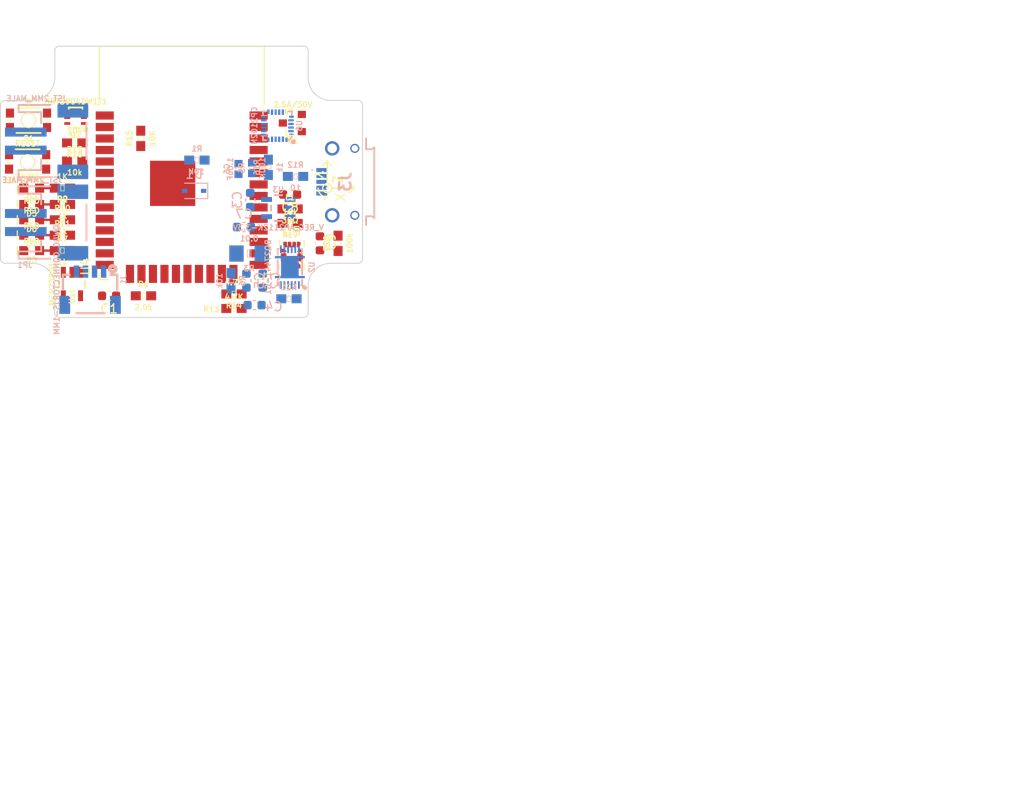
<source format=kicad_pcb>
(kicad_pcb (version 20211014) (generator pcbnew)
  (layers (0 "F.Cu" signal) (31 "B.Cu" signal) (34 "B.Paste" user) (35 "F.Paste" user) (36 "B.SilkS" user "B.Silkscreen") (37 "F.SilkS" user "F.Silkscreen") (38 "B.Mask" user) (39 "F.Mask" user) (44 "Edge.Cuts" user))
  (net 0 "")
  (net 1 "V_USB")
  (net 2 "GND")
  (net 3 "Net-(C2-Pad1)")
  (net 4 "Net-(C3-Pad1)")
  (net 5 "V_BATT")
  (net 6 "/1.8V")
  (net 7 "3.3V")
  (net 8 "Net-(C8-Pad1)")
  (net 9 "/SDA")
  (net 10 "/SCL")
  (net 11 "/A1")
  (net 14 "/D+")
  (net 15 "/D-")
  (net 18 "/DTR")
  (net 19 "Net-(Q2-Pad2)")
  (net 20 "/CHIP_PU")
  (net 21 "/RTS")
  (net 22 "Net-(Q2-Pad5)")
  (net 23 "/0")
  (net 24 "Net-(D2-PadA)")
  (net 25 "Net-(R4-Pad2)")
  (net 26 "Net-(D3-PadA)")
  (net 27 "/12")
  (net 28 "Net-(D5-PadA)")
  (net 29 "/13")
  (net 30 "Net-(D6-PadA)")
  (net 31 "/14")
  (net 32 "Net-(D7-PadA)")
  (net 33 "/15")
  (net 34 "Net-(R12-Pad2)")
  (net 35 "Net-(R16-Pad2)")
  (net 36 "Net-(R17-Pad1)")
  (net 37 "Net-(R20-Pad1)")
  (net 42 "Net-(D2-PadC)")
  (net 44 "/A4")
  (net 45 "/A3")
  (net 46 "/A2")
  (net 48 "/32")
  (net 49 "/33")
  (net 50 "/A0")
  (net 51 "/27")
  (net 59 "/A5")
  (net 60 "/16")
  (net 61 "/17")
  (net 62 "/SCK")
  (net 63 "/MOSI")
  (net 64 "/MISO")
  (net 65 "/20")
  (net 66 "/21")
  (net 67 "/TX")
  (net 68 "/RX")
  (net 82 "Net-(R5-Pad2)")
  (net 87 "Net-(R21-Pad2)")
  (footprint "Switches:TACTILE_SWITCH_SMD_4.6X2.8MM" (layer "F.Cu") (at 3 12.8 180)
    (fp_text reference "S2" (at 1.9 -2.032) (layer "F.SilkS") (effects (font (size 0.6096 0.6096) (thickness 0.127))))
    (fp_text value "RESET" (at 0 2.032) (layer "F.SilkS") (effects (font (size 0.6096 0.6096) (thickness 0.127))))
    (pad "1" smd rect locked (at -2.04978 0.79756 180) (size 0.89916 0.99822) (layers "F.Cu" "F.Paste" "F.Mask") (net 2 "GND"))
    (pad "2" smd rect locked (at 2.04978 0.79756 180) (size 0.89916 0.99822) (layers "F.Cu" "F.Paste" "F.Mask"))
    (pad "3" smd rect locked (at 2.04978 -0.79756 180) (size 0.89916 0.99822) (layers "F.Cu" "F.Paste" "F.Mask"))
    (pad "4" smd rect locked (at -2.04978 -0.79756 180) (size 0.89916 0.99822) (layers "F.Cu" "F.Paste" "F.Mask") (net 20 "/CHIP_PU"))
  )
  (footprint "LED:LED-0603" (layer "F.Cu") (at 3.44836 22.6 180)
    (fp_text reference "D3" (at 0 -1.016) (layer "F.SilkS") (effects (font (size 0.6096 0.6096) (thickness 0.127))))
    (fp_text value "RED" (at 0 1.016) (layer "F.SilkS") (effects (font (size 0.6096 0.6096) (thickness 0.127))))
    (pad "A" smd rect locked (at -0.8763 0 90) (size 0.99822 0.99822) (layers "F.Cu" "F.Paste" "F.Mask") (net 26 "Net-(D3-PadA)"))
    (pad "C" smd rect locked (at 0.8763 0 90) (size 0.99822 0.99822) (layers "F.Cu" "F.Paste" "F.Mask") (net 2 "GND"))
  )
  (footprint "Silicon-Standard:SC70-6" (layer "F.Cu") (at 8.3 7.9 90)
    (fp_text reference "Q2" (at -1.905 0) (layer "F.SilkS") (effects (font (size 0.6096 0.6096) (thickness 0.127))))
    (fp_text value "MBT3904DW1T1" (at 1.778 0) (layer "F.SilkS") (effects (font (size 0.6096 0.6096) (thickness 0.127))))
    (pad "1" smd rect locked (at -0.6477 0.91948 270) (size 0.29972 0.65786) (layers "F.Cu" "F.Paste" "F.Mask") (net 18 "/DTR"))
    (pad "2" smd rect locked (at 0 0.91948 270) (size 0.29972 0.65786) (layers "F.Cu" "F.Paste" "F.Mask") (net 19 "Net-(Q2-Pad2)"))
    (pad "3" smd rect locked (at 0.6477 0.91948 270) (size 0.29972 0.65786) (layers "F.Cu" "F.Paste" "F.Mask") (net 20 "/CHIP_PU"))
    (pad "4" smd rect locked (at 0.6477 -0.91948 90) (size 0.29972 0.65786) (layers "F.Cu" "F.Paste" "F.Mask") (net 21 "/RTS"))
    (pad "5" smd rect locked (at 0 -0.91948 90) (size 0.29972 0.65786) (layers "F.Cu" "F.Paste" "F.Mask") (net 22 "Net-(Q2-Pad5)"))
    (pad "6" smd rect locked (at -0.6477 -0.91948 90) (size 0.29972 0.65786) (layers "F.Cu" "F.Paste" "F.Mask") (net 23 "/0"))
  )
  (footprint "Resistors:0603" (layer "F.Cu") (at 8.2 10.7 180)
    (fp_text reference "R18" (at 0 -1.27) (layer "F.SilkS") (effects (font (size 0.6096 0.6096) (thickness 0.127))))
    (fp_text value "10k" (at 0 1.27) (layer "F.SilkS") (effects (font (size 0.6096 0.6096) (thickness 0.127))))
    (pad "1" smd rect locked (at -0.84836 0 180) (size 1.09982 0.99822) (layers "F.Cu" "F.Paste" "F.Mask") (net 18 "/DTR"))
    (pad "2" smd rect locked (at 0.84836 0 180) (size 1.09982 0.99822) (layers "F.Cu" "F.Paste" "F.Mask") (net 22 "Net-(Q2-Pad5)"))
  )
  (footprint "Silicon-Standard:SOT23-5" (layer "F.Cu") (at 7.9 26.3 180)
    (fp_text reference "U1" (at 0 -1.6 90) (layer "F.SilkS") (effects (font (size 0.6096 0.6096) (thickness 0.127))))
    (fp_text value "MCP73831" (at 2.159 0 90) (layer "F.SilkS") (effects (font (size 0.6096 0.6096) (thickness 0.127))))
    (pad "1" smd rect locked (at -0.94996 1.29794 180) (size 0.54864 1.19888) (layers "F.Cu" "F.Paste" "F.Mask") (net 42 "Net-(D2-PadC)"))
    (pad "2" smd rect locked (at 0 1.29794 180) (size 0.54864 1.19888) (layers "F.Cu" "F.Paste" "F.Mask") (net 2 "GND"))
    (pad "3" smd rect locked (at 0.94996 1.29794 180) (size 0.54864 1.19888) (layers "F.Cu" "F.Paste" "F.Mask") (net 5 "V_BATT"))
    (pad "4" smd rect locked (at 0.94996 -1.29794 180) (size 0.54864 1.19888) (layers "F.Cu" "F.Paste" "F.Mask") (net 1 "V_USB"))
    (pad "5" smd rect locked (at -0.94996 -1.29794 180) (size 0.54864 1.19888) (layers "F.Cu" "F.Paste" "F.Mask") (net 25 "Net-(R4-Pad2)"))
  )
  (footprint "Package_LGA:LGA-14_3x2.5mm_P0.5mm_LayoutBorder3x4y" (layer "F.Cu") (at 32.2 23.1 90)
    (fp_text reference "U5" (at 2.6 0) (layer "F.SilkS"))
    (fp_text value "LSM6DS0")
    (pad "1" smd custom (at -1.1625 -0.75 90) (size 0.223223 0.223223) (layers "F.Cu" "F.Paste" "F.Mask") (net 37 "Net-(R20-Pad1)") (options (clearance outline) (anchor circle)) (primitives (gr_poly (pts (xy 0.2375 0.081066) (xy 0.2375 0.125) (xy -0.2375 0.125) (xy -0.2375 -0.125) (xy 0.031434 -0.125)) (width 0.15) (fill yes))))
    (pad "2" smd roundrect (at -1.1625 -0.25 90) (size 0.625 0.4) (layers "F.Cu" "F.Paste" "F.Mask") (net 2 "GND"))
    (pad "3" smd roundrect (at -1.1625 0.25 90) (size 0.625 0.4) (layers "F.Cu" "F.Paste" "F.Mask") (net 2 "GND"))
    (pad "4" smd custom (at -1.1625 0.75 90) (size 0.223223 0.223223) (layers "F.Cu" "F.Paste" "F.Mask") (net 65 "/20") (options (clearance outline) (anchor circle)) (primitives (gr_poly (pts (xy 0.2375 -0.081066) (xy 0.031434 0.125) (xy -0.2375 0.125) (xy -0.2375 -0.125) (xy 0.2375 -0.125)) (width 0.15) (fill yes))))
    (pad "5" smd custom (at -0.5 0.9125 90) (size 0.223223 0.223223) (layers "F.Cu" "F.Paste" "F.Mask") (net 7 "3.3V") (options (clearance outline) (anchor circle)) (primitives (gr_poly (pts (xy 0.125 0.2375) (xy -0.125 0.2375) (xy -0.125 -0.031434) (xy 0.081066 -0.2375) (xy 0.125 -0.2375)) (width 0.15) (fill yes))))
    (pad "6" smd roundrect (at 0 0.9125 90) (size 0.4 0.625) (layers "F.Cu" "F.Paste" "F.Mask") (net 2 "GND"))
    (pad "7" smd custom (at 0.5 0.9125 90) (size 0.223223 0.223223) (layers "F.Cu" "F.Paste" "F.Mask") (net 2 "GND") (options (clearance outline) (anchor circle)) (primitives (gr_poly (pts (xy 0.125 -0.031434) (xy 0.125 0.2375) (xy -0.125 0.2375) (xy -0.125 -0.2375) (xy -0.081066 -0.2375)) (width 0.15) (fill yes))))
    (pad "8" smd custom (at 1.1625 0.75 90) (size 0.223223 0.223223) (layers "F.Cu" "F.Paste" "F.Mask") (net 8 "Net-(C8-Pad1)") (options (clearance outline) (anchor circle)) (primitives (gr_poly (pts (xy 0.2375 0.125) (xy -0.031434 0.125) (xy -0.2375 -0.081066) (xy -0.2375 -0.125) (xy 0.2375 -0.125)) (width 0.15) (fill yes))))
    (pad "9" smd roundrect (at 1.1625 0.25 90) (size 0.625 0.4) (layers "F.Cu" "F.Paste" "F.Mask") (net 66 "/21"))
    (pad "10" smd roundrect (at 1.1625 -0.25 90) (size 0.625 0.4) (layers "F.Cu" "F.Paste" "F.Mask"))
    (pad "11" smd custom (at 1.1625 -0.75 90) (size 0.223223 0.223223) (layers "F.Cu" "F.Paste" "F.Mask") (options (clearance outline) (anchor circle)) (primitives (gr_poly (pts (xy 0.2375 0.125) (xy -0.2375 0.125) (xy -0.2375 0.081066) (xy -0.031434 -0.125) (xy 0.2375 -0.125)) (width 0.15) (fill yes))))
    (pad "12" smd custom (at 0.5 -0.9125 90) (size 0.223223 0.223223) (layers "F.Cu" "F.Paste" "F.Mask") (net 36 "Net-(R17-Pad1)") (options (clearance outline) (anchor circle)) (primitives (gr_poly (pts (xy 0.125 0.031434) (xy -0.081066 0.2375) (xy -0.125 0.2375) (xy -0.125 -0.2375) (xy 0.125 -0.2375)) (width 0.15) (fill yes))))
    (pad "13" smd roundrect (at 0 -0.9125 90) (size 0.4 0.625) (layers "F.Cu" "F.Paste" "F.Mask") (net 10 "/SCL"))
    (pad "14" smd custom (at -0.5 -0.9125 90) (size 0.223223 0.223223) (layers "F.Cu" "F.Paste" "F.Mask") (net 9 "/SDA") (options (clearance outline) (anchor circle)) (primitives (gr_poly (pts (xy 0.125 0.2375) (xy 0.081066 0.2375) (xy -0.125 0.031434) (xy -0.125 -0.2375) (xy 0.125 -0.2375)) (width 0.15) (fill yes))))
  )
  (footprint "Capacitor_SMD:C_0603_1608Metric" (layer "F.Cu") (at 12 27.6 180)
    (fp_text reference "C1" (at 0 -1.43) (layer "F.SilkS"))
    (fp_text value "4.7uF")
    (pad "1" smd roundrect (at -0.775 0 180) (size 0.9 0.95) (layers "F.Cu" "F.Paste" "F.Mask") (net 1 "V_USB"))
    (pad "2" smd roundrect (at 0.775 0 180) (size 0.9 0.95) (layers "F.Cu" "F.Paste" "F.Mask") (net 2 "GND"))
  )
  (footprint "Resistors:0603" (layer "F.Cu") (at 6.84836 17.5)
    (fp_text reference "R9" (at 0 -0.6) (layer "F.SilkS") (effects (font (size 0.6096 0.6096) (thickness 0.127))))
    (fp_text value "1k" (at 0 1.27) (layer "F.SilkS") (effects (font (size 0.6096 0.6096) (thickness 0.127))))
    (pad "1" smd rect locked (at -0.84836 0) (size 1.09982 0.99822) (layers "F.Cu" "F.Paste" "F.Mask") (net 28 "Net-(D5-PadA)"))
    (pad "2" smd rect locked (at 0.84836 0) (size 1.09982 0.99822) (layers "F.Cu" "F.Paste" "F.Mask") (net 29 "/13"))
  )
  (footprint "LED:LED-0603" (layer "F.Cu") (at 3.44836 19.2 180)
    (fp_text reference "D6" (at 0 -1.016) (layer "F.SilkS") (effects (font (size 0.6096 0.6096) (thickness 0.127))))
    (fp_text value "RED" (at 0 1.016) (layer "F.SilkS") (effects (font (size 0.6096 0.6096) (thickness 0.127))))
    (pad "A" smd rect locked (at -0.8763 0 90) (size 0.99822 0.99822) (layers "F.Cu" "F.Paste" "F.Mask") (net 30 "Net-(D6-PadA)"))
    (pad "C" smd rect locked (at 0.8763 0 90) (size 0.99822 0.99822) (layers "F.Cu" "F.Paste" "F.Mask") (net 2 "GND"))
  )
  (footprint "LED:LED-0603" (layer "F.Cu") (at 3.44836 17.5 180)
    (fp_text reference "D5" (at 0 -1.016) (layer "F.SilkS") (effects (font (size 0.6096 0.6096) (thickness 0.127))))
    (fp_text value "RED" (at 0 0.4) (layer "F.SilkS") (effects (font (size 0.6096 0.6096) (thickness 0.127))))
    (pad "A" smd rect locked (at -0.8763 0 90) (size 0.99822 0.99822) (layers "F.Cu" "F.Paste" "F.Mask") (net 28 "Net-(D5-PadA)"))
    (pad "C" smd rect locked (at 0.8763 0 90) (size 0.99822 0.99822) (layers "F.Cu" "F.Paste" "F.Mask") (net 2 "GND"))
  )
  (footprint "Resistors:0603" (layer "F.Cu") (at 25.8 29 180)
    (fp_text reference "R13" (at 2.5 -0.1) (layer "F.SilkS") (effects (font (size 0.6096 0.6096) (thickness 0.127))))
    (fp_text value "4.7K" (at 0 1.27) (layer "F.SilkS") (effects (font (size 0.6096 0.6096) (thickness 0.127))))
    (pad "1" smd rect locked (at -0.84836 0 180) (size 1.09982 0.99822) (layers "F.Cu" "F.Paste" "F.Mask") (net 9 "/SDA"))
    (pad "2" smd rect locked (at 0.84836 0 180) (size 1.09982 0.99822) (layers "F.Cu" "F.Paste" "F.Mask") (net 7 "3.3V"))
  )
  (footprint "Capacitor_SMD:C_0603_1608Metric" (layer "F.Cu") (at 35.3 21.8 -90)
    (fp_text reference "C9" (at -0.14058 -1.21466 90) (layer "F.SilkS"))
    (fp_text value "0.1uF")
    (pad "1" smd roundrect (at -0.775 0 270) (size 0.9 0.95) (layers "F.Cu" "F.Paste" "F.Mask") (net 7 "3.3V"))
    (pad "2" smd roundrect (at 0.775 0 270) (size 0.9 0.95) (layers "F.Cu" "F.Paste" "F.Mask") (net 2 "GND"))
  )
  (footprint "Switches:TACTILE_SWITCH_SMD_4.6X2.8MM" (layer "F.Cu") (at 3.1 8.2 180)
    (fp_text reference "S1" (at 0 -2.032) (layer "F.SilkS") (effects (font (size 0.6096 0.6096) (thickness 0.127))))
    (fp_text value "0" (at 0 2.032) (layer "F.SilkS") (effects (font (size 0.6096 0.6096) (thickness 0.127))))
    (pad "1" smd rect locked (at -2.04978 0.79756 180) (size 0.89916 0.99822) (layers "F.Cu" "F.Paste" "F.Mask") (net 2 "GND"))
    (pad "2" smd rect locked (at 2.04978 0.79756 180) (size 0.89916 0.99822) (layers "F.Cu" "F.Paste" "F.Mask"))
    (pad "3" smd rect locked (at 2.04978 -0.79756 180) (size 0.89916 0.99822) (layers "F.Cu" "F.Paste" "F.Mask"))
    (pad "4" smd rect locked (at -2.04978 -0.79756 180) (size 0.89916 0.99822) (layers "F.Cu" "F.Paste" "F.Mask") (net 23 "/0"))
  )
  (footprint "Resistors:0603" (layer "F.Cu") (at 25.8 27.4 180)
    (fp_text reference "R14" (at 0 -1.27) (layer "F.SilkS") (effects (font (size 0.6096 0.6096) (thickness 0.127))))
    (fp_text value "4.7K" (at 0 1.27) (layer "F.SilkS") (effects (font (size 0.6096 0.6096) (thickness 0.127))))
    (pad "1" smd rect locked (at -0.84836 0 180) (size 1.09982 0.99822) (layers "F.Cu" "F.Paste" "F.Mask") (net 10 "/SCL"))
    (pad "2" smd rect locked (at 0.84836 0 180) (size 1.09982 0.99822) (layers "F.Cu" "F.Paste" "F.Mask") (net 7 "3.3V"))
  )
  (footprint "Resistors:0603" (layer "F.Cu") (at 6.84836 22.6)
    (fp_text reference "R7" (at 0 -1.27) (layer "F.SilkS") (effects (font (size 0.6096 0.6096) (thickness 0.127))))
    (fp_text value "1k" (at 0 1.27) (layer "F.SilkS") (effects (font (size 0.6096 0.6096) (thickness 0.127))))
    (pad "1" smd rect locked (at -0.84836 0) (size 1.09982 0.99822) (layers "F.Cu" "F.Paste" "F.Mask") (net 26 "Net-(D3-PadA)"))
    (pad "2" smd rect locked (at 0.84836 0) (size 1.09982 0.99822) (layers "F.Cu" "F.Paste" "F.Mask") (net 27 "/12"))
  )
  (footprint "Coils:0603" (layer "F.Cu") (at 32 18)
    (fp_text reference "L1" (at 0 -1.27) (layer "F.SilkS") (effects (font (size 0.6096 0.6096) (thickness 0.127))))
    (fp_text value "30Ω" (at 0 1.27) (layer "F.SilkS") (effects (font (size 0.6096 0.6096) (thickness 0.127))))
    (pad "1" smd rect locked (at -0.84836 0) (size 1.09982 0.99822) (layers "F.Cu" "F.Paste" "F.Mask") (net 7 "3.3V"))
    (pad "2" smd rect locked (at 0.84836 0) (size 1.09982 0.99822) (layers "F.Cu" "F.Paste" "F.Mask") (net 8 "Net-(C8-Pad1)"))
  )
  (footprint "Silicon-Standard:SOT23-3" (layer "F.Cu") (at 32.3 8.5 90)
    (fp_text reference "Q1" (at -1.9558 0) (layer "F.SilkS") (effects (font (size 0.6096 0.6096) (thickness 0.127))))
    (fp_text value "2.5A/30V" (at 2.032 0) (layer "F.SilkS") (effects (font (size 0.6096 0.6096) (thickness 0.127))))
    (pad "1" smd rect locked (at -0.94996 0.99822 90) (size 0.79756 0.89916) (layers "F.Cu" "F.Paste" "F.Mask") (net 1 "V_USB"))
    (pad "2" smd rect locked (at 0.94996 0.99822 90) (size 0.79756 0.89916) (layers "F.Cu" "F.Paste" "F.Mask") (net 4 "Net-(C3-Pad1)"))
    (pad "3" smd rect locked (at 0 -1.09982 90) (size 0.79756 0.89916) (layers "F.Cu" "F.Paste" "F.Mask") (net 5 "V_BATT"))
  )
  (footprint "Resistors:0603" (layer "F.Cu") (at 6.84836 20.9)
    (fp_text reference "R11" (at 0 -1.27) (layer "F.SilkS") (effects (font (size 0.6096 0.6096) (thickness 0.127))))
    (fp_text value "1k")
    (pad "1" smd rect (at -0.84836 0) (size 1.09982 0.99822) (layers "F.Cu" "F.Paste" "F.Mask") (net 32 "Net-(D7-PadA)"))
    (pad "2" smd rect (at 0.84836 0) (size 1.09982 0.99822) (layers "F.Cu" "F.Paste" "F.Mask") (net 33 "/15"))
  )
  (footprint "LED:LED-0603" (layer "F.Cu") (at 3.44836 20.9 180)
    (fp_text reference "D7" (at 0 -1.016) (layer "F.SilkS") (effects (font (size 0.6096 0.6096) (thickness 0.127))))
    (fp_text value "RED" (at 0 1.016) (layer "F.SilkS") (effects (font (size 0.6096 0.6096) (thickness 0.127))))
    (pad "A" smd rect locked (at -0.8763 0 90) (size 0.99822 0.99822) (layers "F.Cu" "F.Paste" "F.Mask") (net 32 "Net-(D7-PadA)"))
    (pad "C" smd rect locked (at 0.8763 0 90) (size 0.99822 0.99822) (layers "F.Cu" "F.Paste" "F.Mask") (net 2 "GND"))
  )
  (footprint "Capacitor_SMD:C_0603_1608Metric" (layer "F.Cu") (at 32 16.4 180)
    (fp_text reference "C8" (at 0 -1.43) (layer "F.SilkS"))
    (fp_text value "0.1uF")
    (pad "1" smd roundrect (at -0.775 0 180) (size 0.9 0.95) (layers "F.Cu" "F.Paste" "F.Mask") (net 8 "Net-(C8-Pad1)"))
    (pad "2" smd roundrect (at 0.775 0 180) (size 0.9 0.95) (layers "F.Cu" "F.Paste" "F.Mask") (net 2 "GND"))
  )
  (footprint "RF_Module:ESP32-WROOM-32" (layer "F.Cu") (at 20.0251 15.9249)
    (property "Value" "")
    (fp_text reference "U4" (at -10.61 8.43 90) (layer "F.SilkS"))
    (fp_text value "ESP-WROOM-32NARROW")
    (pad "1" smd rect (at -8.5 -8.255) (size 2 0.9) (layers "F.Cu" "F.Paste" "F.Mask") (net 2 "GND"))
    (pad "2" smd rect (at -8.5 -6.985) (size 2 0.9) (layers "F.Cu" "F.Paste" "F.Mask") (net 7 "3.3V"))
    (pad "3" smd rect (at -8.5 -5.715) (size 2 0.9) (layers "F.Cu" "F.Paste" "F.Mask") (net 20 "/CHIP_PU"))
    (pad "4" smd rect (at -8.5 -4.445) (size 2 0.9) (layers "F.Cu" "F.Paste" "F.Mask") (net 44 "/A4"))
    (pad "5" smd rect (at -8.5 -3.175) (size 2 0.9) (layers "F.Cu" "F.Paste" "F.Mask") (net 45 "/A3"))
    (pad "6" smd rect (at -8.5 -1.905) (size 2 0.9) (layers "F.Cu" "F.Paste" "F.Mask") (net 46 "/A2"))
    (pad "7" smd rect (at -8.5 -0.635) (size 2 0.9) (layers "F.Cu" "F.Paste" "F.Mask"))
    (pad "8" smd rect (at -8.5 0.635) (size 2 0.9) (layers "F.Cu" "F.Paste" "F.Mask") (net 48 "/32"))
    (pad "9" smd rect (at -8.5 1.905) (size 2 0.9) (layers "F.Cu" "F.Paste" "F.Mask") (net 49 "/33"))
    (pad "10" smd rect (at -8.5 3.175) (size 2 0.9) (layers "F.Cu" "F.Paste" "F.Mask") (net 11 "/A1"))
    (pad "11" smd rect (at -8.5 4.445) (size 2 0.9) (layers "F.Cu" "F.Paste" "F.Mask") (net 50 "/A0"))
    (pad "12" smd rect (at -8.5 5.715) (size 2 0.9) (layers "F.Cu" "F.Paste" "F.Mask") (net 51 "/27"))
    (pad "13" smd rect (at -8.5 6.985) (size 2 0.9) (layers "F.Cu" "F.Paste" "F.Mask") (net 31 "/14"))
    (pad "14" smd rect (at -8.5 8.255) (size 2 0.9) (layers "F.Cu" "F.Paste" "F.Mask") (net 27 "/12"))
    (pad "15" smd rect (at -5.715 9.255 90) (size 2 0.9) (layers "F.Cu" "F.Paste" "F.Mask") (net 2 "GND"))
    (pad "16" smd rect (at -4.445 9.255 90) (size 2 0.9) (layers "F.Cu" "F.Paste" "F.Mask") (net 29 "/13"))
    (pad "17" smd rect (at -3.175 9.255 90) (size 2 0.9) (layers "F.Cu" "F.Paste" "F.Mask"))
    (pad "18" smd rect (at -1.905 9.255 90) (size 2 0.9) (layers "F.Cu" "F.Paste" "F.Mask"))
    (pad "19" smd rect (at -0.635 9.255 90) (size 2 0.9) (layers "F.Cu" "F.Paste" "F.Mask"))
    (pad "20" smd rect (at 0.635 9.255 90) (size 2 0.9) (layers "F.Cu" "F.Paste" "F.Mask"))
    (pad "21" smd rect (at 1.905 9.255 90) (size 2 0.9) (layers "F.Cu" "F.Paste" "F.Mask"))
    (pad "22" smd rect (at 3.175 9.255 90) (size 2 0.9) (layers "F.Cu" "F.Paste" "F.Mask"))
    (pad "23" smd rect (at 4.445 9.255 90) (size 2 0.9) (layers "F.Cu" "F.Paste" "F.Mask") (net 33 "/15"))
    (pad "24" smd rect (at 5.715 9.255 90) (size 2 0.9) (layers "F.Cu" "F.Paste" "F.Mask"))
    (pad "25" smd rect (at 8.5 8.255) (size 2 0.9) (layers "F.Cu" "F.Paste" "F.Mask") (net 23 "/0"))
    (pad "26" smd rect (at 8.5 6.985) (size 2 0.9) (layers "F.Cu" "F.Paste" "F.Mask") (net 59 "/A5"))
    (pad "27" smd rect (at 8.5 5.715) (size 2 0.9) (layers "F.Cu" "F.Paste" "F.Mask") (net 60 "/16"))
    (pad "28" smd rect (at 8.5 4.445) (size 2 0.9) (layers "F.Cu" "F.Paste" "F.Mask") (net 61 "/17"))
    (pad "29" smd rect (at 8.5 3.175) (size 2 0.9) (layers "F.Cu" "F.Paste" "F.Mask") (net 62 "/SCK"))
    (pad "30" smd rect (at 8.5 1.905) (size 2 0.9) (layers "F.Cu" "F.Paste" "F.Mask") (net 63 "/MOSI"))
    (pad "31" smd rect (at 8.5 0.635) (size 2 0.9) (layers "F.Cu" "F.Paste" "F.Mask") (net 64 "/MISO"))
    (pad "32" smd rect (at 8.5 -0.635) (size 2 0.9) (layers "F.Cu" "F.Paste" "F.Mask") (net 65 "/20"))
    (pad "33" smd rect (at 8.5 -1.905) (size 2 0.9) (layers "F.Cu" "F.Paste" "F.Mask") (net 66 "/21"))
    (pad "34" smd rect (at 8.5 -3.175) (size 2 0.9) (layers "F.Cu" "F.Paste" "F.Mask") (net 67 "/TX"))
    (pad "35" smd rect (at 8.5 -4.445) (size 2 0.9) (layers "F.Cu" "F.Paste" "F.Mask") (net 68 "/RX"))
    (pad "36" smd rect (at 8.5 -5.715) (size 2 0.9) (layers "F.Cu" "F.Paste" "F.Mask") (net 10 "/SCL"))
    (pad "37" smd rect (at 8.5 -6.985) (size 2 0.9) (layers "F.Cu" "F.Paste" "F.Mask") (net 9 "/SDA"))
    (pad "38" smd rect (at 8.5 -8.255) (size 2 0.9) (layers "F.Cu" "F.Paste" "F.Mask") (net 2 "GND"))
    (pad "39" smd rect (at -1 -0.755) (size 5 5) (layers "F.Cu" "F.Paste" "F.Mask"))
  )
  (footprint "Resistors:0603" (layer "F.Cu") (at 37.3 21.8 90)
    (fp_text reference "R20" (at 0 -1.27 90) (layer "F.SilkS") (effects (font (size 0.6096 0.6096) (thickness 0.127))))
    (fp_text value "100k" (at 0 1.27 90) (layer "F.SilkS") (effects (font (size 0.6096 0.6096) (thickness 0.127))))
    (pad "1" smd rect locked (at -0.84836 0 90) (size 1.09982 0.99822) (layers "F.Cu" "F.Paste" "F.Mask") (net 37 "Net-(R20-Pad1)"))
    (pad "2" smd rect locked (at 0.84836 0 90) (size 1.09982 0.99822) (layers "F.Cu" "F.Paste" "F.Mask") (net 7 "3.3V"))
  )
  (footprint "Resistors:0603" (layer "F.Cu") (at 15.5 10.2 90)
    (fp_text reference "R15" (at 0 -1.27 90) (layer "F.SilkS") (effects (font (size 0.6096 0.6096) (thickness 0.127))))
    (fp_text value "10K" (at 0 1.27 90) (layer "F.SilkS") (effects (font (size 0.6096 0.6096) (thickness 0.127))))
    (pad "1" smd rect locked (at -0.84836 0 90) (size 1.09982 0.99822) (layers "F.Cu" "F.Paste" "F.Mask") (net 61 "/17"))
    (pad "2" smd rect locked (at 0.84836 0 90) (size 1.09982 0.99822) (layers "F.Cu" "F.Paste" "F.Mask") (net 7 "3.3V"))
  )
  (footprint "Resistors:0603" (layer "F.Cu") (at 6.84836 19.2)
    (fp_text reference "R10" (at 0 -1.27) (layer "F.SilkS") (effects (font (size 0.6096 0.6096) (thickness 0.127))))
    (fp_text value "1k" (at 0 1.27) (layer "F.SilkS") (effects (font (size 0.6096 0.6096) (thickness 0.127))))
    (pad "1" smd rect locked (at -0.84836 0) (size 1.09982 0.99822) (layers "F.Cu" "F.Paste" "F.Mask") (net 30 "Net-(D6-PadA)"))
    (pad "2" smd rect locked (at 0.84836 0) (size 1.09982 0.99822) (layers "F.Cu" "F.Paste" "F.Mask") (net 31 "/14"))
  )
  (footprint "Resistors:0603" (layer "F.Cu") (at 15.8 27.6)
    (fp_text reference "R4" (at 0 -1.27) (layer "F.SilkS") (effects (font (size 0.6096 0.6096) (thickness 0.127))))
    (fp_text value "2.0k" (at 0 1.27) (layer "F.SilkS") (effects (font (size 0.6096 0.6096) (thickness 0.127))))
    (pad "1" smd rect locked (at -0.84836 0) (size 1.09982 0.99822) (layers "F.Cu" "F.Paste" "F.Mask") (net 2 "GND"))
    (pad "2" smd rect locked (at 0.84836 0) (size 1.09982 0.99822) (layers "F.Cu" "F.Paste" "F.Mask") (net 25 "Net-(R4-Pad2)"))
  )
  (footprint "Resistors:0603" (layer "F.Cu") (at 6.84836 15.7 180)
    (fp_text reference "R2" (at 0 -1.27) (layer "F.SilkS") (effects (font (size 0.6096 0.6096) (thickness 0.127))))
    (fp_text value "1K" (at 0 1.27) (layer "F.SilkS") (effects (font (size 0.6096 0.6096) (thickness 0.127))))
    (pad "1" smd rect locked (at -0.84836 0 180) (size 1.09982 0.99822) (layers "F.Cu" "F.Paste" "F.Mask") (net 1 "V_USB"))
    (pad "2" smd rect locked (at 0.84836 0 180) (size 1.09982 0.99822) (layers "F.Cu" "F.Paste" "F.Mask") (net 24 "Net-(D2-PadA)"))
  )
  (footprint "Resistors:0603" (layer "F.Cu") (at 8.2 12.7)
    (fp_text reference "R19" (at 0 -1.27) (layer "F.SilkS") (effects (font (size 0.6096 0.6096) (thickness 0.127))))
    (fp_text value "10k" (at 0 1.27) (layer "F.SilkS") (effects (font (size 0.6096 0.6096) (thickness 0.127))))
    (pad "1" smd rect locked (at -0.84836 0) (size 1.09982 0.99822) (layers "F.Cu" "F.Paste" "F.Mask") (net 21 "/RTS"))
    (pad "2" smd rect locked (at 0.84836 0) (size 1.09982 0.99822) (layers "F.Cu" "F.Paste" "F.Mask") (net 19 "Net-(Q2-Pad2)"))
  )
  (footprint "Resistors:0603" (layer "F.Cu") (at 32 19.6 180)
    (fp_text reference "R17" (at 0 -1.27) (layer "F.SilkS") (effects (font (size 0.6096 0.6096) (thickness 0.127))))
    (fp_text value "10k" (at 0 1.27) (layer "F.SilkS") (effects (font (size 0.6096 0.6096) (thickness 0.127))))
    (pad "1" smd rect locked (at -0.84836 0 180) (size 1.09982 0.99822) (layers "F.Cu" "F.Paste" "F.Mask") (net 36 "Net-(R17-Pad1)"))
    (pad "2" smd rect locked (at 0.84836 0 180) (size 1.09982 0.99822) (layers "F.Cu" "F.Paste" "F.Mask") (net 7 "3.3V"))
  )
  (footprint "LED:LED-0603" (layer "F.Cu") (at 3.44836 15.7 180)
    (fp_text reference "D2" (at 0 -1.016) (layer "F.SilkS") (effects (font (size 0.6096 0.6096) (thickness 0.127))))
    (fp_text value "Yellow" (at 0 1.016) (layer "F.SilkS") (effects (font (size 0.6096 0.6096) (thickness 0.127))))
    (pad "A" smd rect locked (at -0.8763 0 90) (size 0.99822 0.99822) (layers "F.Cu" "F.Paste" "F.Mask") (net 24 "Net-(D2-PadA)"))
    (pad "C" smd rect locked (at 0.8763 0 90) (size 0.99822 0.99822) (layers "F.Cu" "F.Paste" "F.Mask") (net 42 "Net-(D2-PadC)"))
  )
  (footprint "Capacitors:0402" (layer "B.Cu") (at 26.3 13.57912 -90)
    (fp_text reference "C6" (at 0 1.27 90) (layer "B.SilkS") (effects (font (size 0.6096 0.6096) (thickness 0.127)) (justify mirror)))
    (fp_text value "1.0uF" (at 0 0.9 90) (layer "B.SilkS") (effects (font (size 0.6096 0.6096) (thickness 0.127)) (justify mirror)))
    (pad "1" smd rect locked (at -0.57912 0 270) (size 0.84836 0.89916) (layers "B.Cu" "B.Paste" "B.Mask") (net 7 "3.3V"))
    (pad "2" smd rect locked (at 0.57912 0 270) (size 0.84836 0.89916) (layers "B.Cu" "B.Paste" "B.Mask") (net 2 "GND"))
  )
  (footprint "Diode_SMD:D_SOD-323" (layer "B.Cu") (at 21.4 16 180)
    (fp_text reference "D1" (at 0 1.85) (layer "B.SilkS") (effects (justify mirror)))
    (fp_text value "1A/23V/620mV")
    (pad "1" smd rect (at -1.05 0 180) (size 0.6 0.45) (layers "B.Cu" "B.Paste" "B.Mask") (net 4 "Net-(C3-Pad1)"))
    (pad "2" smd rect (at 1.05 0 180) (size 0.6 0.45) (layers "B.Cu" "B.Paste" "B.Mask") (net 1 "V_USB"))
  )
  (footprint "Capacitor_SMD:C_0603_1608Metric" (layer "B.Cu") (at 28.074905 28.62888)
    (fp_text reference "C4" (at 2.125095 0.17112) (layer "B.SilkS") (effects (justify mirror)))
    (fp_text value "4.7uF")
    (pad "1" smd roundrect (at -0.775 0) (size 0.9 0.95) (layers "B.Cu" "B.Paste" "B.Mask") (net 5 "V_BATT"))
    (pad "2" smd roundrect (at 0.775 0) (size 0.9 0.95) (layers "B.Cu" "B.Paste" "B.Mask") (net 2 "GND"))
  )
  (footprint "Resistors:1206" (layer "B.Cu") (at 27.474905 22.92888)
    (property "Value" "")
    (fp_text reference "R3" (at 0 1.651) (layer "B.SilkS") (effects (font (size 0.6096 0.6096) (thickness 0.127)) (justify mirror)))
    (fp_text value "0.01" (at 0 -1.651) (layer "B.SilkS") (effects (font (size 0.6096 0.6096) (thickness 0.127)) (justify mirror)))
    (pad "1" smd rect locked (at -1.39954 0) (size 1.59766 1.79832) (layers "B.Cu" "B.Paste" "B.Mask") (net 5 "V_BATT"))
    (pad "2" smd rect locked (at 1.39954 0) (size 1.59766 1.79832) (layers "B.Cu" "B.Paste" "B.Mask") (net 3 "Net-(C2-Pad1)"))
  )
  (footprint "Resistors:0402" (layer "B.Cu") (at 27.8 13.47912 -90)
    (fp_text reference "R5" (at 0 1.143 90) (layer "B.SilkS") (effects (font (size 0.6096 0.6096) (thickness 0.127)) (justify mirror)))
    (fp_text value "100K" (at 0 -1.143 90) (layer "B.SilkS") (effects (font (size 0.6096 0.6096) (thickness 0.127)) (justify mirror)))
    (pad "1" smd rect locked (at -0.57912 0 270) (size 0.84836 0.89916) (layers "B.Cu" "B.Paste" "B.Mask") (net 4 "Net-(C3-Pad1)"))
    (pad "2" smd rect locked (at 0.57912 0 270) (size 0.84836 0.89916) (layers "B.Cu" "B.Paste" "B.Mask") (net 82 "Net-(R5-Pad2)"))
  )
  (footprint "Capacitor_SMD:C_0603_1608Metric" (layer "B.Cu") (at 26.9 20 180)
    (fp_text reference "C7" (at 0 1.43) (layer "B.SilkS") (effects (justify mirror)))
    (fp_text value "10uF")
    (pad "1" smd roundrect (at -0.775 0 180) (size 0.9 0.95) (layers "B.Cu" "B.Paste" "B.Mask") (net 7 "3.3V"))
    (pad "2" smd roundrect (at 0.775 0 180) (size 0.9 0.95) (layers "B.Cu" "B.Paste" "B.Mask") (net 2 "GND"))
  )
  (footprint "Resistors:0603" (layer "B.Cu") (at 32.6 14.4 180)
    (fp_text reference "R12" (at 0 1.27) (layer "B.SilkS") (effects (font (size 0.6096 0.6096) (thickness 0.127)) (justify mirror)))
    (fp_text value "10" (at 0 -1.27) (layer "B.SilkS") (effects (font (size 0.6096 0.6096) (thickness 0.127)) (justify mirror)))
    (pad "1" smd rect locked (at -0.84836 0 180) (size 1.09982 0.99822) (layers "B.Cu" "B.Paste" "B.Mask") (net 1 "V_USB"))
    (pad "2" smd rect locked (at 0.84836 0 180) (size 1.09982 0.99822) (layers "B.Cu" "B.Paste" "B.Mask") (net 34 "Net-(R12-Pad2)"))
  )
  (footprint "Resistors:0603" (layer "B.Cu") (at 31.874905 27.92888 180)
    (fp_text reference "R21" (at 0 1.27) (layer "B.SilkS") (effects (font (size 0.6096 0.6096) (thickness 0.127)) (justify mirror)))
    (fp_text value "10k")
    (pad "1" smd rect (at -0.84836 0 180) (size 1.09982 0.99822) (layers "B.Cu" "B.Paste" "B.Mask") (net 2 "GND"))
    (pad "2" smd rect (at 0.84836 0 180) (size 1.09982 0.99822) (layers "B.Cu" "B.Paste" "B.Mask") (net 87 "Net-(R21-Pad2)"))
  )
  (footprint "Silicon-Custom:PDSO-N12" (layer "B.Cu") (at 31.974905 24.42888 180)
    (property "Value" "")
    (fp_text reference "U2" (at -2.413 0 90) (layer "B.SilkS") (effects (font (size 0.6096 0.6096) (thickness 0.127)) (justify mirror)))
    (fp_text value "BQ27441-G1" (at 2.413 0 90) (layer "B.SilkS") (effects (font (size 0.6096 0.6096) (thickness 0.127)) (justify mirror)))
    (fp_line (start -1.64846 -0.97282) (end -1.64846 -1.22428) (layer "B.Cu") (width 0.0127))
    (fp_line (start 1.64846 0.97282) (end 1.64846 1.22428) (layer "B.Cu") (width 0.0127))
    (fp_line (start -1.64846 1.22428) (end -1.64846 0.97282) (layer "B.Cu") (width 0.0127))
    (fp_line (start 1.64846 -1.22428) (end 1.64846 -0.97282) (layer "B.Cu") (width 0.0127))
    (fp_line (start -1.64846 0.97282) (end -0.97282 0.97282) (layer "B.Cu") (width 0.0127))
    (fp_line (start -0.97282 -0.97282) (end -1.64846 -0.97282) (layer "B.Cu") (width 0.0127))
    (fp_line (start 1.64846 -0.97282) (end 0.97282 -0.97282) (layer "B.Cu") (width 0.0127))
    (fp_line (start 0.97282 0.97282) (end 1.64846 0.97282) (layer "B.Cu") (width 0.0127))
    (pad "1" smd rect locked (at -0.99822 -1.97358 180) (size 0.19812 0.84836) (layers "B.Cu" "B.Paste" "B.Mask") (net 9 "/SDA"))
    (pad "2" smd rect locked (at -0.59944 -1.97358 180) (size 0.19812 0.84836) (layers "B.Cu" "B.Paste" "B.Mask") (net 10 "/SCL"))
    (pad "3" smd rect locked (at -0.19812 -1.97358 180) (size 0.19812 0.84836) (layers "B.Cu" "B.Paste" "B.Mask") (net 2 "GND"))
    (pad "4" smd rect locked (at 0.19812 -1.97358 180) (size 0.19812 0.84836) (layers "B.Cu" "B.Paste" "B.Mask"))
    (pad "5" smd rect locked (at 0.59944 -1.97358 180) (size 0.19812 0.84836) (layers "B.Cu" "B.Paste" "B.Mask") (net 6 "/1.8V"))
    (pad "6" smd rect locked (at 0.99822 -1.97358 180) (size 0.19812 0.84836) (layers "B.Cu" "B.Paste" "B.Mask") (net 3 "Net-(C2-Pad1)"))
    (pad "7" smd rect locked (at 0.99822 1.97358) (size 0.19812 0.84836) (layers "B.Cu" "B.Paste" "B.Mask") (net 5 "V_BATT"))
    (pad "8" smd rect locked (at 0.59944 1.97358) (size 0.19812 0.84836) (layers "B.Cu" "B.Paste" "B.Mask") (net 3 "Net-(C2-Pad1)"))
    (pad "9" smd rect locked (at 0.19812 1.97358) (size 0.19812 0.84836) (layers "B.Cu" "B.Paste" "B.Mask"))
    (pad "10" smd rect locked (at -0.19812 1.97358) (size 0.19812 0.84836) (layers "B.Cu" "B.Paste" "B.Mask") (net 87 "Net-(R21-Pad2)"))
    (pad "11" smd rect locked (at -0.59944 1.97358) (size 0.19812 0.84836) (layers "B.Cu" "B.Paste" "B.Mask"))
    (pad "12" smd rect locked (at -0.99822 1.97358) (size 0.19812 0.84836) (layers "B.Cu" "B.Paste" "B.Mask") (net 61 "/17"))
    (pad "EP" smd rect locked (at 0 0 180) (size 1.94818 2.4765) (layers "B.Cu" "B.Mask") (net 2 "GND"))
    (pad "EP1" smd rect locked (at -1.14808 1.09982 180) (size 0.99822 0.24892) (layers "B.Cu" "B.Paste" "B.Mask") (net 2 "GND"))
    (pad "EP2" smd rect locked (at -1.14808 -1.09982 180) (size 0.99822 0.24892) (layers "B.Cu" "B.Paste" "B.Mask") (net 2 "GND"))
    (pad "EP3" smd rect locked (at 1.14808 -1.09982) (size 0.99822 0.24892) (layers "B.Cu" "B.Paste" "B.Mask") (net 2 "GND"))
    (pad "EP4" smd rect locked (at 1.14808 1.09982) (size 0.99822 0.24892) (layers "B.Cu" "B.Paste" "B.Mask") (net 2 "GND"))
  )
  (footprint "Silicon-Standard:SOT23-5" (layer "B.Cu") (at 30.7 17.9 -90)
    (property "Value" "V_REG_AP2112K-3.3V")
    (fp_text reference "U3" (at -2.032 0) (layer "B.SilkS") (effects (font (size 0.6096 0.6096) (thickness 0.127)) (justify mirror)))
    (fp_text value "V_REG_AP2112K-3.3V" (at 2.159 0) (layer "B.SilkS") (effects (font (size 0.6096 0.6096) (thickness 0.127)) (justify mirror)))
    (pad "1" smd rect locked (at -0.94996 -1.29794 270) (size 0.54864 1.19888) (layers "B.Cu" "B.Paste" "B.Mask") (net 4 "Net-(C3-Pad1)"))
    (pad "2" smd rect locked (at 0 -1.29794 270) (size 0.54864 1.19888) (layers "B.Cu" "B.Paste" "B.Mask") (net 2 "GND"))
    (pad "3" smd rect locked (at 0.94996 -1.29794 270) (size 0.54864 1.19888) (layers "B.Cu" "B.Paste" "B.Mask") (net 82 "Net-(R5-Pad2)"))
    (pad "4" smd rect locked (at 0.94996 1.29794 270) (size 0.54864 1.19888) (layers "B.Cu" "B.Paste" "B.Mask"))
    (pad "5" smd rect locked (at -0.94996 1.29794 270) (size 0.54864 1.19888) (layers "B.Cu" "B.Paste" "B.Mask") (net 7 "3.3V"))
  )
  (footprint "Connectors:JST-2-SMD" (layer "B.Cu") (at 6.5 10.5 90)
    (fp_text reference "J2" (at -4.699 -3.81) (layer "B.SilkS") (effects (font (size 0.6096 0.6096) (thickness 0.127)) (justify mirror)))
    (fp_text value "JST_2MM_MALE" (at 4.7 -2.5) (layer "B.SilkS") (effects (font (size 0.6096 0.6096) (thickness 0.127)) (justify mirror)))
    (pad "1" smd rect locked (at -0.99822 -3.69824 90) (size 0.99822 4.59994) (layers "B.Cu" "B.Paste" "B.Mask") (net 2 "GND"))
    (pad "2" smd rect locked (at 0.99822 -3.69824 90) (size 0.99822 4.59994) (layers "B.Cu" "B.Paste" "B.Mask") (net 11 "/A1"))
    (pad "NC1" smd rect locked (at -3.39852 1.4986) (size 3.39852 1.59766) (layers "B.Cu" "B.Paste" "B.Mask"))
    (pad "NC2" smd rect locked (at 3.39852 1.4986) (size 3.39852 1.59766) (layers "B.Cu" "B.Paste" "B.Mask"))
  )
  (footprint "Resistors:0603" (layer "B.Cu") (at 25.474905 25.92888 90)
    (fp_text reference "R6" (at 0 1.27 90) (layer "B.SilkS") (effects (font (size 0.6096 0.6096) (thickness 0.127)) (justify mirror)))
    (fp_text value "10k" (at 0 -1.27 90) (layer "B.SilkS") (effects (font (size 0.6096 0.6096) (thickness 0.127)) (justify mirror)))
    (pad "1" smd rect locked (at -0.84836 0 90) (size 1.09982 0.99822) (layers "B.Cu" "B.Paste" "B.Mask") (net 20 "/CHIP_PU"))
    (pad "2" smd rect locked (at 0.84836 0 90) (size 1.09982 0.99822) (layers "B.Cu" "B.Paste" "B.Mask") (net 7 "3.3V"))
  )
  (footprint "Connectors:1X04_1MM_RA" (layer "B.Cu") (at 9.89908 24.92716 180)
    (fp_text reference "J1" (at -3.683 -0.889 90) (layer "B.SilkS") (effects (font (size 0.6096 0.6096) (thickness 0.127)) (justify mirror)))
    (fp_text value "QWIIC_CONNECTORJS-1MM" (at 3.683 -0.889 90) (layer "B.SilkS") (effects (font (size 0.6096 0.6096) (thickness 0.127)) (justify mirror)))
    (pad "1" smd rect locked (at -1.4986 0 180) (size 0.59944 1.34874) (layers "B.Cu" "B.Paste" "B.Mask") (net 2 "GND"))
    (pad "2" smd rect locked (at -0.49784 0 180) (size 0.59944 1.34874) (layers "B.Cu" "B.Paste" "B.Mask") (net 7 "3.3V"))
    (pad "3" smd rect locked (at 0.49784 0 180) (size 0.59944 1.34874) (layers "B.Cu" "B.Paste" "B.Mask") (net 9 "/SDA"))
    (pad "4" smd rect locked (at 1.4986 0 180) (size 0.59944 1.34874) (layers "B.Cu" "B.Paste" "B.Mask") (net 10 "/SCL"))
    (pad "NC1" smd rect locked (at 2.79908 -3.67284 180) (size 1.19888 1.99898) (layers "B.Cu" "B.Paste" "B.Mask"))
    (pad "NC2" smd rect locked (at -2.79908 -3.67284 180) (size 1.19888 1.99898) (layers "B.Cu" "B.Paste" "B.Mask"))
  )
  (footprint "Capacitor_SMD:C_0603_1608Metric" (layer "B.Cu") (at 28.974905 25.92888 90)
    (fp_text reference "C2" (at 0 1.43 90) (layer "B.SilkS") (effects (justify mirror)))
    (fp_text value "1.0uF")
    (pad "1" smd roundrect (at -0.775 0 90) (size 0.9 0.95) (layers "B.Cu" "B.Paste" "B.Mask") (net 3 "Net-(C2-Pad1)"))
    (pad "2" smd roundrect (at 0.775 0 90) (size 0.9 0.95) (layers "B.Cu" "B.Paste" "B.Mask") (net 2 "GND"))
  )
  (footprint "Resistors:0603" (layer "B.Cu") (at 21.7 12.6 180)
    (fp_text reference "R1" (at 0 1.27) (layer "B.SilkS") (effects (font (size 0.6096 0.6096) (thickness 0.127)) (justify mirror)))
    (fp_text value "10k" (at 0 -1.27) (layer "B.SilkS") (effects (font (size 0.6096 0.6096) (thickness 0.127)) (justify mirror)))
    (pad "1" smd rect locked (at -0.84836 0 180) (size 1.09982 0.99822) (layers "B.Cu" "B.Paste" "B.Mask") (net 2 "GND"))
    (pad "2" smd rect locked (at 0.84836 0 180) (size 1.09982 0.99822) (layers "B.Cu" "B.Paste" "B.Mask") (net 1 "V_USB"))
  )
  (footprint "Connectors:JST-2-SMD" (layer "B.Cu") (at 6.5 19.5 90)
    (fp_text reference "JP1" (at -4.699 -3.81) (layer "B.SilkS") (effects (font (size 0.6096 0.6096) (thickness 0.127)) (justify mirror)))
    (fp_text value "JST_2MM_MALE" (at 4.7 -3) (layer "B.SilkS") (effects (font (size 0.6096 0.6096) (thickness 0.127)) (justify mirror)))
    (pad "1" smd rect locked (at -0.99822 -3.69824 90) (size 0.99822 4.59994) (layers "B.Cu" "B.Paste" "B.Mask") (net 2 "GND"))
    (pad "2" smd rect locked (at 0.99822 -3.69824 90) (size 0.99822 4.59994) (layers "B.Cu" "B.Paste" "B.Mask") (net 3 "Net-(C2-Pad1)"))
    (pad "NC1" smd rect locked (at -3.39852 1.4986) (size 3.39852 1.59766) (layers "B.Cu" "B.Paste" "B.Mask"))
    (pad "NC2" smd rect locked (at 3.39852 1.4986) (size 3.39852 1.59766) (layers "B.Cu" "B.Paste" "B.Mask"))
  )
  (footprint "Capacitor_SMD:C_0603_1608Metric" (layer "B.Cu") (at 27.174905 25.92888 90)
    (property "Value" "")
    (fp_text reference "C5" (at 0 1.43 90) (layer "B.SilkS") (effects (justify mirror)))
    (fp_text value "0.47uF")
    (pad "1" smd roundrect (at -0.775 0 90) (size 0.9 0.95) (layers "B.Cu" "B.Paste" "B.Mask") (net 6 "/1.8V"))
    (pad "2" smd roundrect (at 0.775 0 90) (size 0.9 0.95) (layers "B.Cu" "B.Paste" "B.Mask") (net 2 "GND"))
  )
  (footprint "Capacitor_SMD:C_0603_1608Metric" (layer "B.Cu") (at 27.6 17 -90)
    (fp_text reference "C3" (at 0 1.43 90) (layer "B.SilkS") (effects (justify mirror)))
    (fp_text value "1.0uF")
    (pad "1" smd roundrect (at -0.775 0 270) (size 0.9 0.95) (layers "B.Cu" "B.Paste" "B.Mask") (net 4 "Net-(C3-Pad1)"))
    (pad "2" smd roundrect (at 0.775 0 270) (size 0.9 0.95) (layers "B.Cu" "B.Paste" "B.Mask") (net 2 "GND"))
  )
  (footprint "Resistors:0603" (layer "B.Cu") (at 29.6 13.4 -90)
    (fp_text reference "R16" (at 0 1.27 90) (layer "B.SilkS") (effects (font (size 0.6096 0.6096) (thickness 0.127)) (justify mirror)))
    (fp_text value "1k" (at 0 -1.27 90) (layer "B.SilkS") (effects (font (size 0.6096 0.6096) (thickness 0.127)) (justify mirror)))
    (pad "1" smd rect locked (at -0.84836 0 270) (size 1.09982 0.99822) (layers "B.Cu" "B.Paste" "B.Mask") (net 7 "3.3V"))
    (pad "2" smd rect locked (at 0.84836 0 270) (size 1.09982 0.99822) (layers "B.Cu" "B.Paste" "B.Mask") (net 35 "Net-(R16-Pad2)"))
  )
  (footprint "Silicon-Standard:QFN24-3X3" (layer "B.Cu") (at 30.6 8.8 90)
    (fp_text reference "U6" (at 0 2.413 90) (layer "B.SilkS") (effects (font (size 0.6096 0.6096) (thickness 0.127)) (justify mirror)))
    (fp_text value "CP2102N" (at 0 -2.54 90) (layer "B.SilkS") (effects (font (size 0.6096 0.6096) (thickness 0.127)) (justify mirror)))
    (pad "1" smd rect locked (at -1.55194 0.99822) (size 0.24892 0.49276) (layers "B.Cu" "B.Paste" "B.Mask"))
    (pad "2" smd rect locked (at -1.4986 0.59944) (size 0.24892 0.59944) (layers "B.Cu" "B.Paste" "B.Mask") (net 2 "GND"))
    (pad "3" smd rect locked (at -1.4986 0.19812) (size 0.24892 0.59944) (layers "B.Cu" "B.Paste" "B.Mask") (net 14 "/D+"))
    (pad "4" smd rect locked (at -1.4986 -0.19812) (size 0.24892 0.59944) (layers "B.Cu" "B.Paste" "B.Mask") (net 15 "/D-"))
    (pad "5" smd rect locked (at -1.4986 -0.59944) (size 0.24892 0.59944) (layers "B.Cu" "B.Paste" "B.Mask") (net 7 "3.3V"))
    (pad "6" smd rect locked (at -1.55194 -0.99822) (size 0.24892 0.49276) (layers "B.Cu" "B.Paste" "B.Mask") (net 7 "3.3V"))
    (pad "7" smd rect locked (at -0.99822 -1.55194 270) (size 0.24892 0.49276) (layers "B.Cu" "B.Paste" "B.Mask") (net 34 "Net-(R12-Pad2)"))
    (pad "8" smd rect locked (at -0.59944 -1.4986 270) (size 0.24892 0.59944) (layers "B.Cu" "B.Paste" "B.Mask") (net 34 "Net-(R12-Pad2)"))
    (pad "9" smd rect locked (at -0.19812 -1.4986 270) (size 0.24892 0.59944) (layers "B.Cu" "B.Paste" "B.Mask") (net 35 "Net-(R16-Pad2)"))
    (pad "10" smd rect locked (at 0.19812 -1.4986 270) (size 0.24892 0.59944) (layers "B.Cu" "B.Paste" "B.Mask"))
    (pad "11" smd rect locked (at 0.59944 -1.4986 270) (size 0.24892 0.59944) (layers "B.Cu" "B.Paste" "B.Mask"))
    (pad "12" smd rect locked (at 0.99822 -1.55194 270) (size 0.24892 0.49276) (layers "B.Cu" "B.Paste" "B.Mask"))
    (pad "13" smd rect locked (at 1.55194 -0.99822 180) (size 0.24892 0.49276) (layers "B.Cu" "B.Paste" "B.Mask"))
    (pad "14" smd rect locked (at 1.4986 -0.59944 180) (size 0.24892 0.59944) (layers "B.Cu" "B.Paste" "B.Mask"))
    (pad "15" smd rect locked (at 1.4986 -0.19812 180) (size 0.24892 0.59944) (layers "B.Cu" "B.Paste" "B.Mask"))
    (pad "16" smd rect locked (at 1.4986 0.19812 180) (size 0.24892 0.59944) (layers "B.Cu" "B.Paste" "B.Mask"))
    (pad "17" smd rect locked (at 1.4986 0.59944 180) (size 0.24892 0.59944) (layers "B.Cu" "B.Paste" "B.Mask"))
    (pad "18" smd rect locked (at 1.55194 0.99822 180) (size 0.24892 0.49276) (layers "B.Cu" "B.Paste" "B.Mask"))
    (pad "19" smd rect locked (at 0.99822 1.55194 90) (size 0.24892 0.49276) (layers "B.Cu" "B.Paste" "B.Mask") (net 21 "/RTS"))
    (pad "20" smd rect locked (at 0.59944 1.4986 90) (size 0.24892 0.59944) (layers "B.Cu" "B.Paste" "B.Mask") (net 68 "/RX"))
    (pad "21" smd rect locked (at 0.19812 1.4986 90) (size 0.24892 0.59944) (layers "B.Cu" "B.Paste" "B.Mask") (net 67 "/TX"))
    (pad "22" smd rect locked (at -0.19812 1.4986 90) (size 0.24892 0.59944) (layers "B.Cu" "B.Paste" "B.Mask"))
    (pad "23" smd rect locked (at -0.59944 1.4986 90) (size 0.24892 0.59944) (layers "B.Cu" "B.Paste" "B.Mask") (net 18 "/DTR"))
    (pad "24" smd rect locked (at -0.99822 1.55194 90) (size 0.24892 0.49276) (layers "B.Cu" "B.Paste" "B.Mask"))
  )
  (footprint "SamacSys_Parts:USB350530AKIT" (layer "B.Cu") (at 38.4 15 -90)
    (fp_text reference "J3" (at 0 0.3 -270) (layer "B.SilkS") (effects (font (size 1.27 1.27) (thickness 0.254)) (justify mirror)))
    (fp_text value "USB3505-30-A-KIT" hide)
    (pad "1" smd rect locked (at -1.3 2.9 270) (size 0.45 1.2) (layers "B.Cu" "B.Paste" "B.Mask") (net 1 "V_USB"))
    (pad "2" smd rect locked (at -0.65 2.9 270) (size 0.45 1.2) (layers "B.Cu" "B.Paste" "B.Mask") (net 15 "/D-"))
    (pad "3" smd rect locked (at 0 2.9 270) (size 0.45 1.2) (layers "B.Cu" "B.Paste" "B.Mask") (net 14 "/D+"))
    (pad "4" smd rect locked (at 0.65 2.9 270) (size 0.45 1.2) (layers "B.Cu" "B.Paste" "B.Mask"))
    (pad "5" smd rect locked (at 1.3 2.9 270) (size 0.45 1.2) (layers "B.Cu" "B.Paste" "B.Mask") (net 2 "GND"))
    (pad "MH1" thru_hole circle locked (at -3.7 1.75 270) (size 1.59 1.59) (drill 1.06) (layers *.Cu *.Mask))
    (pad "MH2" thru_hole circle locked (at 3.7 1.75 270) (size 1.59 1.59) (drill 1.06) (layers *.Cu *.Mask))
    (pad "MH3" thru_hole circle locked (at -3.7 -0.75 270) (size 1 1) (drill 0.7) (layers *.Cu *.Mask))
    (pad "MH4" thru_hole circle locked (at 3.7 -0.75 270) (size 1 1) (drill 0.7) (layers *.Cu *.Mask))
  )
  (gr_arc (start 36.1 16.7) (mid 35.392893 16.407107) (end 35.1 15.7) (layer "F.SilkS") (width 0.15))
  (gr_line (start 36.1 12.7) (end 35.6 13.2) (layer "F.SilkS") (width 0.15))
  (gr_circle (center 36.1 15.7) (end 36.6 15.7) (layer "F.SilkS") (width 0.15) (fill none))
  (gr_line (start 38.6 16.2) (end 39.1 15.7) (layer "F.SilkS") (width 0.15))
  (gr_circle (center 36.1 15.7) (end 36.1 15.7) (layer "F.SilkS") (width 0.15) (fill none))
  (gr_line (start 39.1 15.7) (end 38.6 15.2) (layer "F.SilkS") (width 0.15))
  (gr_line (start 36.1 12.7) (end 36.6 13.2) (layer "F.SilkS") (width 0.15))
  (gr_line (start 36.6 15.7) (end 39.1 15.7) (layer "F.SilkS") (width 0.15))
  (gr_line (start 36.1 15.2) (end 36.1 12.7) (layer "F.SilkS") (width 0.15))
  (gr_line (start 36.1 16.7) (end 35.8 16.9) (layer "F.SilkS") (width 0.15))
  (gr_line (start 36.5 24) (end 39.5 24) (layer "Edge.Cuts") (width 0.1))
  (gr_line (start 40 6.5) (end 40 23.5) (layer "Edge.Cuts") (width 0.1))
  (gr_arc (start 33.5 0) (mid 33.853553 0.146447) (end 34 0.5) (layer "Edge.Cuts") (width 0.1))
  (gr_line (start 6.5 0) (end 33.5 0) (layer "Edge.Cuts") (width 0.1))
  (gr_arc (start 6.5 30) (mid 6.146447 29.853553) (end 6 29.5) (layer "Edge.Cuts") (width 0.1))
  (gr_arc (start 6 3.5) (mid 5.267767 5.267767) (end 3.5 6) (layer "Edge.Cuts") (width 0.1))
  (gr_arc (start 40 23.5) (mid 39.853553 23.853553) (end 39.5 24) (layer "Edge.Cuts") (width 0.1))
  (gr_arc (start 0 6.5) (mid 0.146447 6.146447) (end 0.5 6) (layer "Edge.Cuts") (width 0.1))
  (gr_line (start 0 23.5) (end 0 6.5) (layer "Edge.Cuts") (width 0.1))
  (gr_line (start 33.5 30) (end 6.5 30) (layer "Edge.Cuts") (width 0.1))
  (gr_arc (start 39.5 6) (mid 39.853553 6.146447) (end 40 6.5) (layer "Edge.Cuts") (width 0.1))
  (gr_arc (start 34 26.5) (mid 34.732233 24.732233) (end 36.5 24) (layer "Edge.Cuts") (width 0.1))
  (gr_line (start 3.5 24) (end 0.5 24) (layer "Edge.Cuts") (width 0.1))
  (gr_arc (start 6 0.5) (mid 6.146447 0.146447) (end 6.5 0) (layer "Edge.Cuts") (width 0.1))
  (gr_arc (start 36.5 6) (mid 34.732233 5.267767) (end 34 3.5) (layer "Edge.Cuts") (width 0.1))
  (gr_arc (start 0.5 24) (mid 0.146447 23.853553) (end 0 23.5) (layer "Edge.Cuts") (width 0.1))
  (gr_line (start 36.5 6) (end 39.5 6) (layer "Edge.Cuts") (width 0.1))
  (gr_arc (start 34 29.5) (mid 33.853553 29.853553) (end 33.5 30) (layer "Edge.Cuts") (width 0.1))
  (gr_line (start 6 3.5) (end 6 0.5) (layer "Edge.Cuts") (width 0.1))
  (gr_arc (start 3.5 24) (mid 5.267767 24.732233) (end 6 26.5) (layer "Edge.Cuts") (width 0.1))
  (gr_line (start 6 26.5) (end 6 29.5) (layer "Edge.Cuts") (width 0.1))
  (gr_line (start 3.5 6) (end 0.5 6) (layer "Edge.Cuts") (width 0.1))
  (gr_line (start 34 3.5) (end 34 0.5) (layer "Edge.Cuts") (width 0.1))
  (gr_line (start 34 26.5) (end 34 29.5) (layer "Edge.Cuts") (width 0.1))
  (gr_text "Z" (at 37.2 14.7 270) (layer "F.SilkS") (effects (font (size 1 1))))
  (gr_text "Y" (at 35.1 14.2 270) (layer "F.SilkS") (effects (font (size 1 1))))
  (gr_text "X" (at 37.6 16.7 90) (layer "F.SilkS") (effects (font (size 1 1))))
  (segment (start 32.84836 16.47336) (end 32.775 16.4) (width 0.25) (layer "F.Cu") (net 8))
  (segment (start 28.4852 8.9) (end 28.5251 8.9399) (width 0.25) (layer "F.Cu") (net 9))
  (segment (start 28.63356 9.04836) (end 28.5251 8.9399) (width 0.2) (layer "F.Cu") (net 9))
  (segment (start 6 15.7) (end 4.32466 15.7) (width 0.25) (layer "F.Cu") (net 24))
  (segment (start 6 22.6) (end 4.32466 22.6) (width 0.25) (layer "F.Cu") (net 26))
  (segment (start 6 17.5) (end 4.32466 17.5) (width 0.25) (layer "F.Cu") (net 28))
  (segment (start 6 19.2) (end 4.32466 19.2) (width 0.25) (layer "F.Cu") (net 30))
  (segment (start 6 20.9) (end 4.32466 20.9) (width 0.25) (layer "F.Cu") (net 32))
  (segment (start 29.0751 15.2899) (end 28.5251 15.2899) (width 0.25) (layer "F.Cu") (net 65))
  (segment (start 28.5052 14) (end 28.5251 14.0199) (width 0.25) (layer "F.Cu") (net 66))
)
</source>
